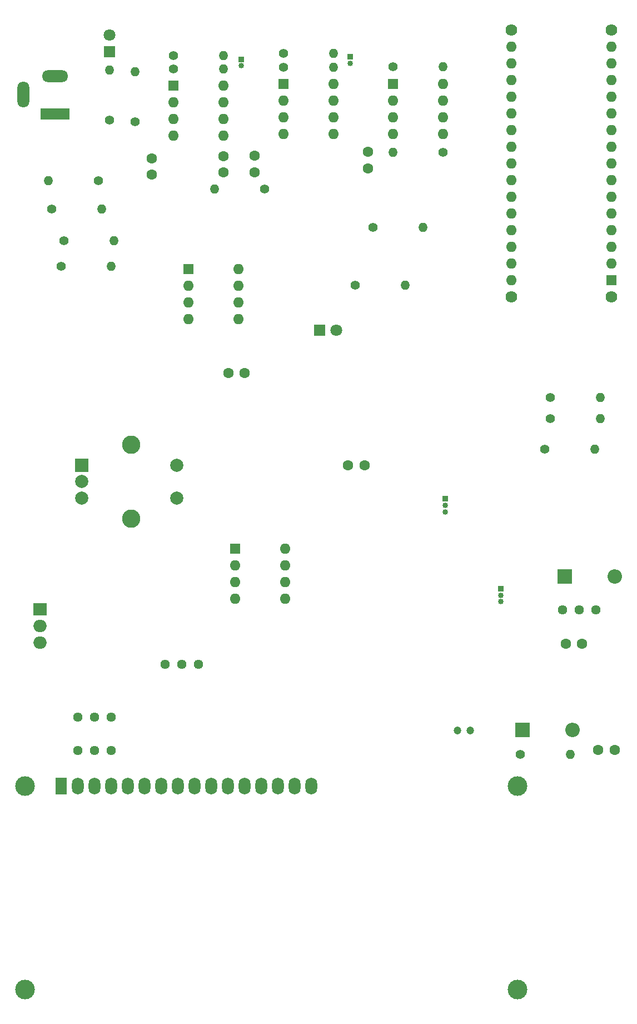
<source format=gbr>
%TF.GenerationSoftware,KiCad,Pcbnew,(5.1.12)-1*%
%TF.CreationDate,2021-12-20T08:39:49-03:00*%
%TF.ProjectId,Control,436f6e74-726f-46c2-9e6b-696361645f70,rev?*%
%TF.SameCoordinates,Original*%
%TF.FileFunction,Soldermask,Top*%
%TF.FilePolarity,Negative*%
%FSLAX46Y46*%
G04 Gerber Fmt 4.6, Leading zero omitted, Abs format (unit mm)*
G04 Created by KiCad (PCBNEW (5.1.12)-1) date 2021-12-20 08:39:49*
%MOMM*%
%LPD*%
G01*
G04 APERTURE LIST*
%ADD10O,1.600000X1.600000*%
%ADD11R,1.600000X1.600000*%
%ADD12C,1.780000*%
%ADD13C,1.600000*%
%ADD14C,1.200000*%
%ADD15R,2.200000X2.200000*%
%ADD16O,2.200000X2.200000*%
%ADD17C,1.800000*%
%ADD18R,1.800000X1.800000*%
%ADD19R,1.800000X2.600000*%
%ADD20O,1.800000X2.600000*%
%ADD21C,3.000000*%
%ADD22O,1.800000X4.000000*%
%ADD23O,4.000000X1.800000*%
%ADD24R,4.400000X1.800000*%
%ADD25R,0.850000X0.850000*%
%ADD26O,0.850000X0.850000*%
%ADD27C,1.440000*%
%ADD28O,1.400000X1.400000*%
%ADD29C,1.400000*%
%ADD30C,2.000000*%
%ADD31C,2.800000*%
%ADD32R,2.000000X2.000000*%
%ADD33R,2.000000X1.905000*%
%ADD34O,2.000000X1.905000*%
G04 APERTURE END LIST*
D10*
%TO.C,U6*%
X76708000Y-74295000D03*
X69088000Y-81915000D03*
X76708000Y-76835000D03*
X69088000Y-79375000D03*
X76708000Y-79375000D03*
X69088000Y-76835000D03*
X76708000Y-81915000D03*
D11*
X69088000Y-74295000D03*
%TD*%
D10*
%TO.C,U5*%
X83820000Y-116840000D03*
X76200000Y-124460000D03*
X83820000Y-119380000D03*
X76200000Y-121920000D03*
X83820000Y-121920000D03*
X76200000Y-119380000D03*
X83820000Y-124460000D03*
D11*
X76200000Y-116840000D03*
%TD*%
%TO.C,A1*%
X133477000Y-75946000D03*
D10*
X118237000Y-42926000D03*
X133477000Y-73406000D03*
X118237000Y-45466000D03*
X133477000Y-70866000D03*
X118237000Y-48006000D03*
X133477000Y-68326000D03*
X118237000Y-50546000D03*
X133477000Y-65786000D03*
X118237000Y-53086000D03*
X133477000Y-63246000D03*
X118237000Y-55626000D03*
X133477000Y-60706000D03*
X118237000Y-58166000D03*
X133477000Y-58166000D03*
X118237000Y-60706000D03*
X133477000Y-55626000D03*
X118237000Y-63246000D03*
X133477000Y-53086000D03*
X118237000Y-65786000D03*
X133477000Y-50546000D03*
X118237000Y-68326000D03*
X133477000Y-48006000D03*
X118237000Y-70866000D03*
X133477000Y-45466000D03*
X118237000Y-73406000D03*
X133477000Y-42926000D03*
X118237000Y-75946000D03*
X133477000Y-40386000D03*
X118237000Y-40386000D03*
D12*
X133477000Y-78486000D03*
X118237000Y-78486000D03*
X118237000Y-37846000D03*
X133477000Y-37846000D03*
%TD*%
D13*
%TO.C,C1*%
X129035001Y-131295001D03*
X126535001Y-131295001D03*
%TD*%
%TO.C,C2*%
X63500000Y-57404000D03*
X63500000Y-59904000D03*
%TD*%
%TO.C,C3*%
X75147001Y-90087001D03*
X77647001Y-90087001D03*
%TD*%
%TO.C,C4*%
X79121000Y-59523000D03*
X79121000Y-57023000D03*
%TD*%
%TO.C,C5*%
X93385000Y-104140000D03*
X95885000Y-104140000D03*
%TD*%
%TO.C,C6*%
X96393000Y-56428000D03*
X96393000Y-58928000D03*
%TD*%
%TO.C,C7*%
X131515001Y-147525001D03*
X134015001Y-147525001D03*
%TD*%
%TO.C,C8*%
X74422000Y-59563000D03*
X74422000Y-57063000D03*
%TD*%
D14*
%TO.C,C9*%
X110045001Y-144525001D03*
X112045001Y-144525001D03*
%TD*%
D15*
%TO.C,D1*%
X126385001Y-121045001D03*
D16*
X134005001Y-121045001D03*
%TD*%
D17*
%TO.C,D2*%
X57023000Y-38608000D03*
D18*
X57023000Y-41148000D03*
%TD*%
D16*
%TO.C,D3*%
X127615001Y-144475001D03*
D15*
X119995001Y-144475001D03*
%TD*%
D18*
%TO.C,D4*%
X89027000Y-83566000D03*
D17*
X91567000Y-83566000D03*
%TD*%
D19*
%TO.C,DS1*%
X49695100Y-153022300D03*
D20*
X52235100Y-153022300D03*
X54775100Y-153022300D03*
X57315100Y-153022300D03*
X59855100Y-153022300D03*
X62395100Y-153022300D03*
X64935100Y-153022300D03*
X67475100Y-153022300D03*
X70015100Y-153022300D03*
X72555100Y-153022300D03*
X75095100Y-153022300D03*
X77635100Y-153022300D03*
X80175100Y-153022300D03*
X82715100Y-153022300D03*
X85255100Y-153022300D03*
X87795100Y-153022300D03*
D21*
X44196000Y-153022300D03*
X44196000Y-184023000D03*
X119194580Y-184023000D03*
X119195100Y-153022300D03*
%TD*%
D22*
%TO.C,J1*%
X43968000Y-47673000D03*
D23*
X48768000Y-44873000D03*
D24*
X48768000Y-50673000D03*
%TD*%
D25*
%TO.C,JP1*%
X116635001Y-122925001D03*
D26*
X116635001Y-123925001D03*
X116635001Y-124925001D03*
%TD*%
%TO.C,JP2*%
X77089000Y-43307000D03*
D25*
X77089000Y-42307000D03*
%TD*%
D26*
%TO.C,JP3*%
X108218001Y-111225001D03*
X108218001Y-110225001D03*
D25*
X108218001Y-109225001D03*
%TD*%
%TO.C,JP4*%
X93726000Y-41910000D03*
D26*
X93726000Y-42910000D03*
%TD*%
D27*
%TO.C,R1*%
X65532000Y-134493000D03*
X68072000Y-134493000D03*
X70612000Y-134493000D03*
%TD*%
D28*
%TO.C,R2*%
X57023000Y-43942000D03*
D29*
X57023000Y-51562000D03*
%TD*%
%TO.C,R3*%
X119595001Y-148175001D03*
D28*
X127215001Y-148175001D03*
%TD*%
D29*
%TO.C,R4*%
X60960000Y-51816000D03*
D28*
X60960000Y-44196000D03*
%TD*%
D29*
%TO.C,R5*%
X48260000Y-65151000D03*
D28*
X55880000Y-65151000D03*
%TD*%
D29*
%TO.C,R6*%
X49689001Y-73830001D03*
D28*
X57309001Y-73830001D03*
%TD*%
%TO.C,R7*%
X47752000Y-60833000D03*
D29*
X55372000Y-60833000D03*
%TD*%
D28*
%TO.C,R8*%
X74422000Y-41783000D03*
D29*
X66802000Y-41783000D03*
%TD*%
%TO.C,R9*%
X66802000Y-43815000D03*
D28*
X74422000Y-43815000D03*
%TD*%
%TO.C,R10*%
X57719001Y-69970001D03*
D29*
X50099001Y-69970001D03*
%TD*%
%TO.C,R11*%
X83566000Y-41402000D03*
D28*
X91186000Y-41402000D03*
%TD*%
%TO.C,R12*%
X91186000Y-43561000D03*
D29*
X83566000Y-43561000D03*
%TD*%
D27*
%TO.C,RV1*%
X57277000Y-142494000D03*
X54737000Y-142494000D03*
X52197000Y-142494000D03*
%TD*%
%TO.C,RV2*%
X131185001Y-126145001D03*
X128645001Y-126145001D03*
X126105001Y-126145001D03*
%TD*%
D30*
%TO.C,SW1*%
X67332000Y-109140000D03*
X67332000Y-104140000D03*
D31*
X60332000Y-112240000D03*
X60332000Y-101040000D03*
D30*
X52832000Y-109140000D03*
X52832000Y-106640000D03*
D32*
X52832000Y-104140000D03*
%TD*%
D10*
%TO.C,U1*%
X74422000Y-46355000D03*
X66802000Y-53975000D03*
X74422000Y-48895000D03*
X66802000Y-51435000D03*
X74422000Y-51435000D03*
X66802000Y-48895000D03*
X74422000Y-53975000D03*
D11*
X66802000Y-46355000D03*
%TD*%
%TO.C,U2*%
X83566000Y-46101000D03*
D10*
X91186000Y-53721000D03*
X83566000Y-48641000D03*
X91186000Y-51181000D03*
X83566000Y-51181000D03*
X91186000Y-48641000D03*
X83566000Y-53721000D03*
X91186000Y-46101000D03*
%TD*%
D11*
%TO.C,U3*%
X100203000Y-46101000D03*
D10*
X107823000Y-53721000D03*
X100203000Y-48641000D03*
X107823000Y-51181000D03*
X100203000Y-51181000D03*
X107823000Y-48641000D03*
X100203000Y-53721000D03*
X107823000Y-46101000D03*
%TD*%
D27*
%TO.C,RV3*%
X57277000Y-147574000D03*
X54737000Y-147574000D03*
X52197000Y-147574000D03*
%TD*%
D33*
%TO.C,U4*%
X46482000Y-126111000D03*
D34*
X46482000Y-128651000D03*
X46482000Y-131191000D03*
%TD*%
D29*
%TO.C,R13*%
X97155000Y-67945000D03*
D28*
X104775000Y-67945000D03*
%TD*%
%TO.C,R14*%
X131858001Y-96999001D03*
D29*
X124238001Y-96999001D03*
%TD*%
%TO.C,R15*%
X100203000Y-43434000D03*
D28*
X107823000Y-43434000D03*
%TD*%
%TO.C,R16*%
X131858001Y-93849001D03*
D29*
X124238001Y-93849001D03*
%TD*%
D28*
%TO.C,R17*%
X130978001Y-101699001D03*
D29*
X123358001Y-101699001D03*
%TD*%
%TO.C,R18*%
X107823000Y-56515000D03*
D28*
X100203000Y-56515000D03*
%TD*%
%TO.C,R19*%
X73025000Y-62103000D03*
D29*
X80645000Y-62103000D03*
%TD*%
%TO.C,R20*%
X94488000Y-76708000D03*
D28*
X102108000Y-76708000D03*
%TD*%
M02*

</source>
